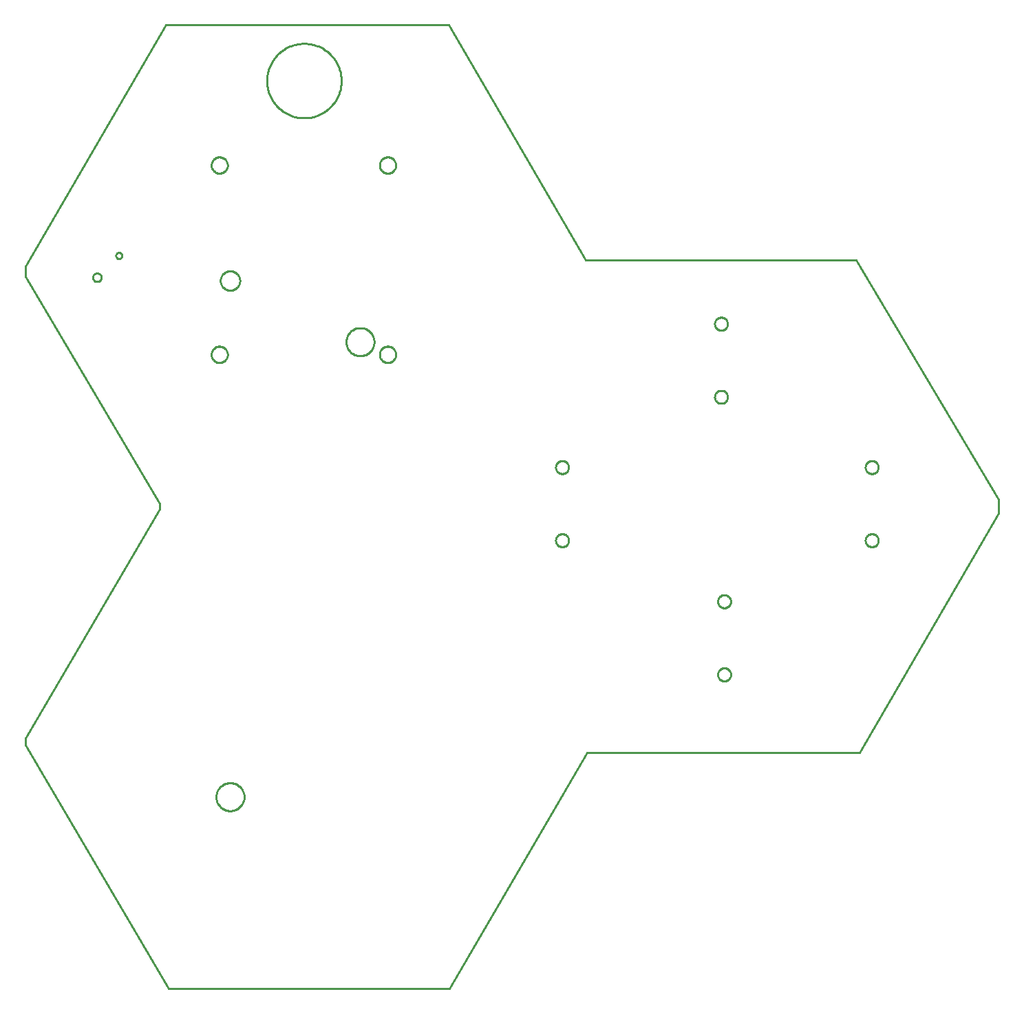
<source format=gbr>
G04 EAGLE Gerber X2 export*
G75*
%MOMM*%
%FSLAX34Y34*%
%LPD*%
%AMOC8*
5,1,8,0,0,1.08239X$1,22.5*%
G01*
%ADD10C,0.254000*%


D10*
X38100Y325120D02*
X214630Y25400D01*
X560070Y25400D01*
X728980Y316230D01*
X1064260Y316230D01*
X1235710Y610870D01*
X1235710Y627380D01*
X1060450Y922020D01*
X727710Y922020D01*
X558800Y1211580D01*
X210820Y1211580D01*
X38100Y914400D01*
X38100Y901700D01*
X203200Y622300D01*
X203200Y615950D01*
X38100Y334010D01*
X38100Y325120D01*
X426791Y1142053D02*
X426791Y1143947D01*
X426712Y1145838D01*
X426556Y1147725D01*
X426322Y1149603D01*
X426010Y1151471D01*
X425622Y1153323D01*
X425157Y1155159D01*
X424617Y1156973D01*
X424002Y1158763D01*
X423314Y1160527D01*
X422554Y1162261D01*
X421722Y1163961D01*
X420821Y1165626D01*
X419852Y1167253D01*
X418817Y1168837D01*
X417717Y1170378D01*
X416554Y1171872D01*
X415330Y1173317D01*
X414048Y1174709D01*
X412709Y1176048D01*
X411317Y1177330D01*
X409872Y1178554D01*
X408378Y1179717D01*
X406837Y1180817D01*
X405253Y1181852D01*
X403626Y1182821D01*
X401961Y1183722D01*
X400261Y1184554D01*
X398527Y1185314D01*
X396763Y1186002D01*
X394973Y1186617D01*
X393159Y1187157D01*
X391323Y1187622D01*
X389471Y1188010D01*
X387603Y1188322D01*
X385725Y1188556D01*
X383838Y1188712D01*
X381947Y1188791D01*
X380053Y1188791D01*
X378162Y1188712D01*
X376275Y1188556D01*
X374397Y1188322D01*
X372530Y1188010D01*
X370677Y1187622D01*
X368842Y1187157D01*
X367027Y1186617D01*
X365237Y1186002D01*
X363473Y1185314D01*
X361739Y1184554D01*
X360039Y1183722D01*
X358374Y1182821D01*
X356747Y1181852D01*
X355163Y1180817D01*
X353622Y1179717D01*
X352128Y1178554D01*
X350683Y1177330D01*
X349291Y1176048D01*
X347952Y1174709D01*
X346670Y1173317D01*
X345446Y1171872D01*
X344283Y1170378D01*
X343183Y1168837D01*
X342148Y1167253D01*
X341179Y1165626D01*
X340278Y1163961D01*
X339447Y1162261D01*
X338686Y1160527D01*
X337998Y1158763D01*
X337383Y1156973D01*
X336843Y1155159D01*
X336378Y1153323D01*
X335990Y1151471D01*
X335678Y1149603D01*
X335444Y1147725D01*
X335288Y1145838D01*
X335210Y1143947D01*
X335210Y1142053D01*
X335288Y1140162D01*
X335444Y1138275D01*
X335678Y1136397D01*
X335990Y1134530D01*
X336378Y1132677D01*
X336843Y1130842D01*
X337383Y1129027D01*
X337998Y1127237D01*
X338686Y1125473D01*
X339447Y1123739D01*
X340278Y1122039D01*
X341179Y1120374D01*
X342148Y1118747D01*
X343183Y1117163D01*
X344283Y1115622D01*
X345446Y1114128D01*
X346670Y1112683D01*
X347952Y1111291D01*
X349291Y1109952D01*
X350683Y1108670D01*
X352128Y1107446D01*
X353622Y1106283D01*
X355163Y1105183D01*
X356747Y1104148D01*
X358374Y1103179D01*
X360039Y1102278D01*
X361739Y1101447D01*
X363473Y1100686D01*
X365237Y1099998D01*
X367027Y1099383D01*
X368842Y1098843D01*
X370677Y1098378D01*
X372530Y1097990D01*
X374397Y1097678D01*
X376275Y1097444D01*
X378162Y1097288D01*
X380053Y1097210D01*
X381947Y1097210D01*
X383838Y1097288D01*
X385725Y1097444D01*
X387603Y1097678D01*
X389471Y1097990D01*
X391323Y1098378D01*
X393159Y1098843D01*
X394973Y1099383D01*
X396763Y1099998D01*
X398527Y1100686D01*
X400261Y1101447D01*
X401961Y1102278D01*
X403626Y1103179D01*
X405253Y1104148D01*
X406837Y1105183D01*
X408378Y1106283D01*
X409872Y1107446D01*
X411317Y1108670D01*
X412709Y1109952D01*
X414048Y1111291D01*
X415330Y1112683D01*
X416554Y1114128D01*
X417717Y1115622D01*
X418817Y1117163D01*
X419852Y1118747D01*
X420821Y1120374D01*
X421722Y1122039D01*
X422554Y1123739D01*
X423314Y1125473D01*
X424002Y1127237D01*
X424617Y1129027D01*
X425157Y1130842D01*
X425622Y1132677D01*
X426010Y1134530D01*
X426322Y1136397D01*
X426556Y1138275D01*
X426712Y1140162D01*
X426791Y1142053D01*
X902080Y843437D02*
X902003Y842655D01*
X901850Y841884D01*
X901621Y841132D01*
X901321Y840405D01*
X900950Y839712D01*
X900513Y839059D01*
X900015Y838451D01*
X899459Y837895D01*
X898851Y837397D01*
X898198Y836960D01*
X897505Y836589D01*
X896778Y836289D01*
X896026Y836060D01*
X895255Y835907D01*
X894473Y835830D01*
X893687Y835830D01*
X892905Y835907D01*
X892134Y836060D01*
X891382Y836289D01*
X890655Y836589D01*
X889962Y836960D01*
X889309Y837397D01*
X888701Y837895D01*
X888145Y838451D01*
X887647Y839059D01*
X887210Y839712D01*
X886839Y840405D01*
X886539Y841132D01*
X886310Y841884D01*
X886157Y842655D01*
X886080Y843437D01*
X886080Y844223D01*
X886157Y845005D01*
X886310Y845776D01*
X886539Y846528D01*
X886839Y847255D01*
X887210Y847948D01*
X887647Y848601D01*
X888145Y849209D01*
X888701Y849765D01*
X889309Y850263D01*
X889962Y850700D01*
X890655Y851071D01*
X891382Y851371D01*
X892134Y851600D01*
X892905Y851753D01*
X893687Y851830D01*
X894473Y851830D01*
X895255Y851753D01*
X896026Y851600D01*
X896778Y851371D01*
X897505Y851071D01*
X898198Y850700D01*
X898851Y850263D01*
X899459Y849765D01*
X900015Y849209D01*
X900513Y848601D01*
X900950Y847948D01*
X901321Y847255D01*
X901621Y846528D01*
X901850Y845776D01*
X902003Y845005D01*
X902080Y844223D01*
X902080Y843437D01*
X902080Y753437D02*
X902003Y752655D01*
X901850Y751884D01*
X901621Y751132D01*
X901321Y750405D01*
X900950Y749712D01*
X900513Y749059D01*
X900015Y748451D01*
X899459Y747895D01*
X898851Y747397D01*
X898198Y746960D01*
X897505Y746589D01*
X896778Y746289D01*
X896026Y746060D01*
X895255Y745907D01*
X894473Y745830D01*
X893687Y745830D01*
X892905Y745907D01*
X892134Y746060D01*
X891382Y746289D01*
X890655Y746589D01*
X889962Y746960D01*
X889309Y747397D01*
X888701Y747895D01*
X888145Y748451D01*
X887647Y749059D01*
X887210Y749712D01*
X886839Y750405D01*
X886539Y751132D01*
X886310Y751884D01*
X886157Y752655D01*
X886080Y753437D01*
X886080Y754223D01*
X886157Y755005D01*
X886310Y755776D01*
X886539Y756528D01*
X886839Y757255D01*
X887210Y757948D01*
X887647Y758601D01*
X888145Y759209D01*
X888701Y759765D01*
X889309Y760263D01*
X889962Y760700D01*
X890655Y761071D01*
X891382Y761371D01*
X892134Y761600D01*
X892905Y761753D01*
X893687Y761830D01*
X894473Y761830D01*
X895255Y761753D01*
X896026Y761600D01*
X896778Y761371D01*
X897505Y761071D01*
X898198Y760700D01*
X898851Y760263D01*
X899459Y759765D01*
X900015Y759209D01*
X900513Y758601D01*
X900950Y757948D01*
X901321Y757255D01*
X901621Y756528D01*
X901850Y755776D01*
X902003Y755005D01*
X902080Y754223D01*
X902080Y753437D01*
X1087500Y666907D02*
X1087423Y666125D01*
X1087270Y665354D01*
X1087041Y664602D01*
X1086741Y663875D01*
X1086370Y663182D01*
X1085933Y662529D01*
X1085435Y661921D01*
X1084879Y661365D01*
X1084271Y660867D01*
X1083618Y660430D01*
X1082925Y660059D01*
X1082198Y659759D01*
X1081446Y659530D01*
X1080675Y659377D01*
X1079893Y659300D01*
X1079107Y659300D01*
X1078325Y659377D01*
X1077554Y659530D01*
X1076802Y659759D01*
X1076075Y660059D01*
X1075382Y660430D01*
X1074729Y660867D01*
X1074121Y661365D01*
X1073565Y661921D01*
X1073067Y662529D01*
X1072630Y663182D01*
X1072259Y663875D01*
X1071959Y664602D01*
X1071730Y665354D01*
X1071577Y666125D01*
X1071500Y666907D01*
X1071500Y667693D01*
X1071577Y668475D01*
X1071730Y669246D01*
X1071959Y669998D01*
X1072259Y670725D01*
X1072630Y671418D01*
X1073067Y672071D01*
X1073565Y672679D01*
X1074121Y673235D01*
X1074729Y673733D01*
X1075382Y674170D01*
X1076075Y674541D01*
X1076802Y674841D01*
X1077554Y675070D01*
X1078325Y675223D01*
X1079107Y675300D01*
X1079893Y675300D01*
X1080675Y675223D01*
X1081446Y675070D01*
X1082198Y674841D01*
X1082925Y674541D01*
X1083618Y674170D01*
X1084271Y673733D01*
X1084879Y673235D01*
X1085435Y672679D01*
X1085933Y672071D01*
X1086370Y671418D01*
X1086741Y670725D01*
X1087041Y669998D01*
X1087270Y669246D01*
X1087423Y668475D01*
X1087500Y667693D01*
X1087500Y666907D01*
X1087500Y576907D02*
X1087423Y576125D01*
X1087270Y575354D01*
X1087041Y574602D01*
X1086741Y573875D01*
X1086370Y573182D01*
X1085933Y572529D01*
X1085435Y571921D01*
X1084879Y571365D01*
X1084271Y570867D01*
X1083618Y570430D01*
X1082925Y570059D01*
X1082198Y569759D01*
X1081446Y569530D01*
X1080675Y569377D01*
X1079893Y569300D01*
X1079107Y569300D01*
X1078325Y569377D01*
X1077554Y569530D01*
X1076802Y569759D01*
X1076075Y570059D01*
X1075382Y570430D01*
X1074729Y570867D01*
X1074121Y571365D01*
X1073565Y571921D01*
X1073067Y572529D01*
X1072630Y573182D01*
X1072259Y573875D01*
X1071959Y574602D01*
X1071730Y575354D01*
X1071577Y576125D01*
X1071500Y576907D01*
X1071500Y577693D01*
X1071577Y578475D01*
X1071730Y579246D01*
X1071959Y579998D01*
X1072259Y580725D01*
X1072630Y581418D01*
X1073067Y582071D01*
X1073565Y582679D01*
X1074121Y583235D01*
X1074729Y583733D01*
X1075382Y584170D01*
X1076075Y584541D01*
X1076802Y584841D01*
X1077554Y585070D01*
X1078325Y585223D01*
X1079107Y585300D01*
X1079893Y585300D01*
X1080675Y585223D01*
X1081446Y585070D01*
X1082198Y584841D01*
X1082925Y584541D01*
X1083618Y584170D01*
X1084271Y583733D01*
X1084879Y583235D01*
X1085435Y582679D01*
X1085933Y582071D01*
X1086370Y581418D01*
X1086741Y580725D01*
X1087041Y579998D01*
X1087270Y579246D01*
X1087423Y578475D01*
X1087500Y577693D01*
X1087500Y576907D01*
X155613Y925010D02*
X155223Y924710D01*
X154797Y924465D01*
X154343Y924276D01*
X153868Y924149D01*
X153381Y924085D01*
X152889Y924085D01*
X152402Y924149D01*
X151927Y924276D01*
X151473Y924465D01*
X151047Y924710D01*
X150657Y925010D01*
X150310Y925357D01*
X150010Y925747D01*
X149765Y926173D01*
X149576Y926627D01*
X149449Y927102D01*
X149385Y927589D01*
X149385Y928081D01*
X149449Y928568D01*
X149576Y929043D01*
X149765Y929497D01*
X150010Y929923D01*
X150310Y930313D01*
X150657Y930660D01*
X151047Y930960D01*
X151473Y931206D01*
X151927Y931394D01*
X152402Y931521D01*
X152889Y931585D01*
X153381Y931585D01*
X153868Y931521D01*
X154343Y931394D01*
X154797Y931206D01*
X155223Y930960D01*
X155613Y930660D01*
X155960Y930313D01*
X156260Y929923D01*
X156506Y929497D01*
X156694Y929043D01*
X156821Y928568D01*
X156885Y928081D01*
X156885Y927589D01*
X156821Y927102D01*
X156694Y926627D01*
X156506Y926173D01*
X156260Y925747D01*
X155960Y925357D01*
X155613Y925010D01*
X129769Y897044D02*
X129308Y896677D01*
X128808Y896363D01*
X128277Y896107D01*
X127721Y895912D01*
X127146Y895781D01*
X126560Y895715D01*
X125970Y895715D01*
X125384Y895781D01*
X124809Y895912D01*
X124253Y896107D01*
X123721Y896363D01*
X123222Y896677D01*
X122761Y897044D01*
X122344Y897461D01*
X121977Y897922D01*
X121663Y898421D01*
X121407Y898953D01*
X121212Y899509D01*
X121081Y900084D01*
X121015Y900670D01*
X121015Y901260D01*
X121081Y901846D01*
X121212Y902421D01*
X121407Y902977D01*
X121663Y903508D01*
X121977Y904008D01*
X122344Y904469D01*
X122761Y904886D01*
X123222Y905253D01*
X123721Y905567D01*
X124253Y905823D01*
X124809Y906018D01*
X125384Y906149D01*
X125970Y906215D01*
X126560Y906215D01*
X127146Y906149D01*
X127721Y906018D01*
X128277Y905823D01*
X128808Y905567D01*
X129308Y905253D01*
X129769Y904886D01*
X130186Y904469D01*
X130553Y904008D01*
X130867Y903508D01*
X131123Y902977D01*
X131318Y902421D01*
X131449Y901846D01*
X131515Y901260D01*
X131515Y900670D01*
X131449Y900084D01*
X131318Y899509D01*
X131123Y898953D01*
X130867Y898421D01*
X130553Y897922D01*
X130186Y897461D01*
X129769Y897044D01*
X706500Y666907D02*
X706423Y666125D01*
X706270Y665354D01*
X706041Y664602D01*
X705741Y663875D01*
X705370Y663182D01*
X704933Y662529D01*
X704435Y661921D01*
X703879Y661365D01*
X703271Y660867D01*
X702618Y660430D01*
X701925Y660059D01*
X701198Y659759D01*
X700446Y659530D01*
X699675Y659377D01*
X698893Y659300D01*
X698107Y659300D01*
X697325Y659377D01*
X696554Y659530D01*
X695802Y659759D01*
X695075Y660059D01*
X694382Y660430D01*
X693729Y660867D01*
X693121Y661365D01*
X692565Y661921D01*
X692067Y662529D01*
X691630Y663182D01*
X691259Y663875D01*
X690959Y664602D01*
X690730Y665354D01*
X690577Y666125D01*
X690500Y666907D01*
X690500Y667693D01*
X690577Y668475D01*
X690730Y669246D01*
X690959Y669998D01*
X691259Y670725D01*
X691630Y671418D01*
X692067Y672071D01*
X692565Y672679D01*
X693121Y673235D01*
X693729Y673733D01*
X694382Y674170D01*
X695075Y674541D01*
X695802Y674841D01*
X696554Y675070D01*
X697325Y675223D01*
X698107Y675300D01*
X698893Y675300D01*
X699675Y675223D01*
X700446Y675070D01*
X701198Y674841D01*
X701925Y674541D01*
X702618Y674170D01*
X703271Y673733D01*
X703879Y673235D01*
X704435Y672679D01*
X704933Y672071D01*
X705370Y671418D01*
X705741Y670725D01*
X706041Y669998D01*
X706270Y669246D01*
X706423Y668475D01*
X706500Y667693D01*
X706500Y666907D01*
X706500Y576907D02*
X706423Y576125D01*
X706270Y575354D01*
X706041Y574602D01*
X705741Y573875D01*
X705370Y573182D01*
X704933Y572529D01*
X704435Y571921D01*
X703879Y571365D01*
X703271Y570867D01*
X702618Y570430D01*
X701925Y570059D01*
X701198Y569759D01*
X700446Y569530D01*
X699675Y569377D01*
X698893Y569300D01*
X698107Y569300D01*
X697325Y569377D01*
X696554Y569530D01*
X695802Y569759D01*
X695075Y570059D01*
X694382Y570430D01*
X693729Y570867D01*
X693121Y571365D01*
X692565Y571921D01*
X692067Y572529D01*
X691630Y573182D01*
X691259Y573875D01*
X690959Y574602D01*
X690730Y575354D01*
X690577Y576125D01*
X690500Y576907D01*
X690500Y577693D01*
X690577Y578475D01*
X690730Y579246D01*
X690959Y579998D01*
X691259Y580725D01*
X691630Y581418D01*
X692067Y582071D01*
X692565Y582679D01*
X693121Y583235D01*
X693729Y583733D01*
X694382Y584170D01*
X695075Y584541D01*
X695802Y584841D01*
X696554Y585070D01*
X697325Y585223D01*
X698107Y585300D01*
X698893Y585300D01*
X699675Y585223D01*
X700446Y585070D01*
X701198Y584841D01*
X701925Y584541D01*
X702618Y584170D01*
X703271Y583733D01*
X703879Y583235D01*
X704435Y582679D01*
X704933Y582071D01*
X705370Y581418D01*
X705741Y580725D01*
X706041Y579998D01*
X706270Y579246D01*
X706423Y578475D01*
X706500Y577693D01*
X706500Y576907D01*
X286840Y805693D02*
X286764Y804824D01*
X286612Y803964D01*
X286386Y803120D01*
X286088Y802300D01*
X285719Y801508D01*
X285282Y800752D01*
X284781Y800037D01*
X284220Y799368D01*
X283602Y798750D01*
X282933Y798189D01*
X282218Y797688D01*
X281462Y797251D01*
X280670Y796882D01*
X279850Y796584D01*
X279006Y796358D01*
X278147Y796206D01*
X277277Y796130D01*
X276403Y796130D01*
X275534Y796206D01*
X274674Y796358D01*
X273830Y796584D01*
X273010Y796882D01*
X272218Y797251D01*
X271462Y797688D01*
X270747Y798189D01*
X270078Y798750D01*
X269460Y799368D01*
X268899Y800037D01*
X268398Y800752D01*
X267961Y801508D01*
X267592Y802300D01*
X267294Y803120D01*
X267068Y803964D01*
X266916Y804824D01*
X266840Y805693D01*
X266840Y806567D01*
X266916Y807437D01*
X267068Y808296D01*
X267294Y809140D01*
X267592Y809960D01*
X267961Y810752D01*
X268398Y811508D01*
X268899Y812223D01*
X269460Y812892D01*
X270078Y813510D01*
X270747Y814071D01*
X271462Y814572D01*
X272218Y815009D01*
X273010Y815378D01*
X273830Y815676D01*
X274674Y815902D01*
X275534Y816054D01*
X276403Y816130D01*
X277277Y816130D01*
X278147Y816054D01*
X279006Y815902D01*
X279850Y815676D01*
X280670Y815378D01*
X281462Y815009D01*
X282218Y814572D01*
X282933Y814071D01*
X283602Y813510D01*
X284220Y812892D01*
X284781Y812223D01*
X285282Y811508D01*
X285719Y810752D01*
X286088Y809960D01*
X286386Y809140D01*
X286612Y808296D01*
X286764Y807437D01*
X286840Y806567D01*
X286840Y805693D01*
X493840Y805693D02*
X493764Y804824D01*
X493612Y803964D01*
X493386Y803120D01*
X493088Y802300D01*
X492719Y801508D01*
X492282Y800752D01*
X491781Y800037D01*
X491220Y799368D01*
X490602Y798750D01*
X489933Y798189D01*
X489218Y797688D01*
X488462Y797251D01*
X487670Y796882D01*
X486850Y796584D01*
X486006Y796358D01*
X485147Y796206D01*
X484277Y796130D01*
X483403Y796130D01*
X482534Y796206D01*
X481674Y796358D01*
X480830Y796584D01*
X480010Y796882D01*
X479218Y797251D01*
X478462Y797688D01*
X477747Y798189D01*
X477078Y798750D01*
X476460Y799368D01*
X475899Y800037D01*
X475398Y800752D01*
X474961Y801508D01*
X474592Y802300D01*
X474294Y803120D01*
X474068Y803964D01*
X473916Y804824D01*
X473840Y805693D01*
X473840Y806567D01*
X473916Y807437D01*
X474068Y808296D01*
X474294Y809140D01*
X474592Y809960D01*
X474961Y810752D01*
X475398Y811508D01*
X475899Y812223D01*
X476460Y812892D01*
X477078Y813510D01*
X477747Y814071D01*
X478462Y814572D01*
X479218Y815009D01*
X480010Y815378D01*
X480830Y815676D01*
X481674Y815902D01*
X482534Y816054D01*
X483403Y816130D01*
X484277Y816130D01*
X485147Y816054D01*
X486006Y815902D01*
X486850Y815676D01*
X487670Y815378D01*
X488462Y815009D01*
X489218Y814572D01*
X489933Y814071D01*
X490602Y813510D01*
X491220Y812892D01*
X491781Y812223D01*
X492282Y811508D01*
X492719Y810752D01*
X493088Y809960D01*
X493386Y809140D01*
X493612Y808296D01*
X493764Y807437D01*
X493840Y806567D01*
X493840Y805693D01*
X493840Y1038693D02*
X493764Y1037824D01*
X493612Y1036964D01*
X493386Y1036120D01*
X493088Y1035300D01*
X492719Y1034508D01*
X492282Y1033752D01*
X491781Y1033037D01*
X491220Y1032368D01*
X490602Y1031750D01*
X489933Y1031189D01*
X489218Y1030688D01*
X488462Y1030251D01*
X487670Y1029882D01*
X486850Y1029584D01*
X486006Y1029358D01*
X485147Y1029206D01*
X484277Y1029130D01*
X483403Y1029130D01*
X482534Y1029206D01*
X481674Y1029358D01*
X480830Y1029584D01*
X480010Y1029882D01*
X479218Y1030251D01*
X478462Y1030688D01*
X477747Y1031189D01*
X477078Y1031750D01*
X476460Y1032368D01*
X475899Y1033037D01*
X475398Y1033752D01*
X474961Y1034508D01*
X474592Y1035300D01*
X474294Y1036120D01*
X474068Y1036964D01*
X473916Y1037824D01*
X473840Y1038693D01*
X473840Y1039567D01*
X473916Y1040437D01*
X474068Y1041296D01*
X474294Y1042140D01*
X474592Y1042960D01*
X474961Y1043752D01*
X475398Y1044508D01*
X475899Y1045223D01*
X476460Y1045892D01*
X477078Y1046510D01*
X477747Y1047071D01*
X478462Y1047572D01*
X479218Y1048009D01*
X480010Y1048378D01*
X480830Y1048676D01*
X481674Y1048902D01*
X482534Y1049054D01*
X483403Y1049130D01*
X484277Y1049130D01*
X485147Y1049054D01*
X486006Y1048902D01*
X486850Y1048676D01*
X487670Y1048378D01*
X488462Y1048009D01*
X489218Y1047572D01*
X489933Y1047071D01*
X490602Y1046510D01*
X491220Y1045892D01*
X491781Y1045223D01*
X492282Y1044508D01*
X492719Y1043752D01*
X493088Y1042960D01*
X493386Y1042140D01*
X493612Y1041296D01*
X493764Y1040437D01*
X493840Y1039567D01*
X493840Y1038693D01*
X286840Y1038693D02*
X286764Y1037824D01*
X286612Y1036964D01*
X286386Y1036120D01*
X286088Y1035300D01*
X285719Y1034508D01*
X285282Y1033752D01*
X284781Y1033037D01*
X284220Y1032368D01*
X283602Y1031750D01*
X282933Y1031189D01*
X282218Y1030688D01*
X281462Y1030251D01*
X280670Y1029882D01*
X279850Y1029584D01*
X279006Y1029358D01*
X278147Y1029206D01*
X277277Y1029130D01*
X276403Y1029130D01*
X275534Y1029206D01*
X274674Y1029358D01*
X273830Y1029584D01*
X273010Y1029882D01*
X272218Y1030251D01*
X271462Y1030688D01*
X270747Y1031189D01*
X270078Y1031750D01*
X269460Y1032368D01*
X268899Y1033037D01*
X268398Y1033752D01*
X267961Y1034508D01*
X267592Y1035300D01*
X267294Y1036120D01*
X267068Y1036964D01*
X266916Y1037824D01*
X266840Y1038693D01*
X266840Y1039567D01*
X266916Y1040437D01*
X267068Y1041296D01*
X267294Y1042140D01*
X267592Y1042960D01*
X267961Y1043752D01*
X268398Y1044508D01*
X268899Y1045223D01*
X269460Y1045892D01*
X270078Y1046510D01*
X270747Y1047071D01*
X271462Y1047572D01*
X272218Y1048009D01*
X273010Y1048378D01*
X273830Y1048676D01*
X274674Y1048902D01*
X275534Y1049054D01*
X276403Y1049130D01*
X277277Y1049130D01*
X278147Y1049054D01*
X279006Y1048902D01*
X279850Y1048676D01*
X280670Y1048378D01*
X281462Y1048009D01*
X282218Y1047572D01*
X282933Y1047071D01*
X283602Y1046510D01*
X284220Y1045892D01*
X284781Y1045223D01*
X285282Y1044508D01*
X285719Y1043752D01*
X286088Y1042960D01*
X286386Y1042140D01*
X286612Y1041296D01*
X286764Y1040437D01*
X286840Y1039567D01*
X286840Y1038693D01*
X905890Y501807D02*
X905813Y501025D01*
X905660Y500254D01*
X905431Y499502D01*
X905131Y498775D01*
X904760Y498082D01*
X904323Y497429D01*
X903825Y496821D01*
X903269Y496265D01*
X902661Y495767D01*
X902008Y495330D01*
X901315Y494959D01*
X900588Y494659D01*
X899836Y494430D01*
X899065Y494277D01*
X898283Y494200D01*
X897497Y494200D01*
X896715Y494277D01*
X895944Y494430D01*
X895192Y494659D01*
X894465Y494959D01*
X893772Y495330D01*
X893119Y495767D01*
X892511Y496265D01*
X891955Y496821D01*
X891457Y497429D01*
X891020Y498082D01*
X890649Y498775D01*
X890349Y499502D01*
X890120Y500254D01*
X889967Y501025D01*
X889890Y501807D01*
X889890Y502593D01*
X889967Y503375D01*
X890120Y504146D01*
X890349Y504898D01*
X890649Y505625D01*
X891020Y506318D01*
X891457Y506971D01*
X891955Y507579D01*
X892511Y508135D01*
X893119Y508633D01*
X893772Y509070D01*
X894465Y509441D01*
X895192Y509741D01*
X895944Y509970D01*
X896715Y510123D01*
X897497Y510200D01*
X898283Y510200D01*
X899065Y510123D01*
X899836Y509970D01*
X900588Y509741D01*
X901315Y509441D01*
X902008Y509070D01*
X902661Y508633D01*
X903269Y508135D01*
X903825Y507579D01*
X904323Y506971D01*
X904760Y506318D01*
X905131Y505625D01*
X905431Y504898D01*
X905660Y504146D01*
X905813Y503375D01*
X905890Y502593D01*
X905890Y501807D01*
X905890Y411807D02*
X905813Y411025D01*
X905660Y410254D01*
X905431Y409502D01*
X905131Y408775D01*
X904760Y408082D01*
X904323Y407429D01*
X903825Y406821D01*
X903269Y406265D01*
X902661Y405767D01*
X902008Y405330D01*
X901315Y404959D01*
X900588Y404659D01*
X899836Y404430D01*
X899065Y404277D01*
X898283Y404200D01*
X897497Y404200D01*
X896715Y404277D01*
X895944Y404430D01*
X895192Y404659D01*
X894465Y404959D01*
X893772Y405330D01*
X893119Y405767D01*
X892511Y406265D01*
X891955Y406821D01*
X891457Y407429D01*
X891020Y408082D01*
X890649Y408775D01*
X890349Y409502D01*
X890120Y410254D01*
X889967Y411025D01*
X889890Y411807D01*
X889890Y412593D01*
X889967Y413375D01*
X890120Y414146D01*
X890349Y414898D01*
X890649Y415625D01*
X891020Y416318D01*
X891457Y416971D01*
X891955Y417579D01*
X892511Y418135D01*
X893119Y418633D01*
X893772Y419070D01*
X894465Y419441D01*
X895192Y419741D01*
X895944Y419970D01*
X896715Y420123D01*
X897497Y420200D01*
X898283Y420200D01*
X899065Y420123D01*
X899836Y419970D01*
X900588Y419741D01*
X901315Y419441D01*
X902008Y419070D01*
X902661Y418633D01*
X903269Y418135D01*
X903825Y417579D01*
X904323Y416971D01*
X904760Y416318D01*
X905131Y415625D01*
X905431Y414898D01*
X905660Y414146D01*
X905813Y413375D01*
X905890Y412593D01*
X905890Y411807D01*
X449385Y838900D02*
X448258Y838826D01*
X447139Y838679D01*
X446031Y838458D01*
X444940Y838166D01*
X443870Y837803D01*
X442827Y837371D01*
X441814Y836871D01*
X440836Y836307D01*
X439897Y835679D01*
X439001Y834992D01*
X438152Y834247D01*
X437353Y833448D01*
X436608Y832599D01*
X435921Y831703D01*
X435293Y830764D01*
X434729Y829786D01*
X434229Y828773D01*
X433797Y827730D01*
X433434Y826660D01*
X433142Y825569D01*
X432921Y824461D01*
X432774Y823342D01*
X432700Y822215D01*
X432700Y821085D01*
X432774Y819958D01*
X432921Y818839D01*
X433142Y817731D01*
X433434Y816640D01*
X433797Y815570D01*
X434229Y814527D01*
X434729Y813514D01*
X435293Y812536D01*
X435921Y811597D01*
X436608Y810701D01*
X437353Y809852D01*
X438152Y809053D01*
X439001Y808308D01*
X439897Y807621D01*
X440836Y806993D01*
X441814Y806429D01*
X442827Y805929D01*
X443870Y805497D01*
X444940Y805134D01*
X446031Y804842D01*
X447139Y804621D01*
X448258Y804474D01*
X449385Y804400D01*
X450515Y804400D01*
X451642Y804474D01*
X452761Y804621D01*
X453869Y804842D01*
X454960Y805134D01*
X456030Y805497D01*
X457073Y805929D01*
X458086Y806429D01*
X459064Y806993D01*
X460003Y807621D01*
X460899Y808308D01*
X461748Y809053D01*
X462547Y809852D01*
X463292Y810701D01*
X463979Y811597D01*
X464607Y812536D01*
X465171Y813514D01*
X465671Y814527D01*
X466103Y815570D01*
X466466Y816640D01*
X466758Y817731D01*
X466979Y818839D01*
X467126Y819958D01*
X467200Y821085D01*
X467200Y822215D01*
X467126Y823342D01*
X466979Y824461D01*
X466758Y825569D01*
X466466Y826660D01*
X466103Y827730D01*
X465671Y828773D01*
X465171Y829786D01*
X464607Y830764D01*
X463979Y831703D01*
X463292Y832599D01*
X462547Y833448D01*
X461748Y834247D01*
X460899Y834992D01*
X460003Y835679D01*
X459064Y836307D01*
X458086Y836871D01*
X457073Y837371D01*
X456030Y837803D01*
X454960Y838166D01*
X453869Y838458D01*
X452761Y838679D01*
X451642Y838826D01*
X450515Y838900D01*
X449385Y838900D01*
X289385Y278900D02*
X288258Y278826D01*
X287139Y278679D01*
X286031Y278458D01*
X284940Y278166D01*
X283870Y277803D01*
X282827Y277371D01*
X281814Y276871D01*
X280836Y276307D01*
X279897Y275679D01*
X279001Y274992D01*
X278152Y274247D01*
X277353Y273448D01*
X276608Y272599D01*
X275921Y271703D01*
X275293Y270764D01*
X274729Y269786D01*
X274229Y268773D01*
X273797Y267730D01*
X273434Y266660D01*
X273142Y265569D01*
X272921Y264461D01*
X272774Y263342D01*
X272700Y262215D01*
X272700Y261085D01*
X272774Y259958D01*
X272921Y258839D01*
X273142Y257731D01*
X273434Y256640D01*
X273797Y255570D01*
X274229Y254527D01*
X274729Y253514D01*
X275293Y252536D01*
X275921Y251597D01*
X276608Y250701D01*
X277353Y249852D01*
X278152Y249053D01*
X279001Y248308D01*
X279897Y247621D01*
X280836Y246993D01*
X281814Y246429D01*
X282827Y245929D01*
X283870Y245497D01*
X284940Y245134D01*
X286031Y244842D01*
X287139Y244621D01*
X288258Y244474D01*
X289385Y244400D01*
X290515Y244400D01*
X291642Y244474D01*
X292761Y244621D01*
X293869Y244842D01*
X294960Y245134D01*
X296030Y245497D01*
X297073Y245929D01*
X298086Y246429D01*
X299064Y246993D01*
X300003Y247621D01*
X300899Y248308D01*
X301748Y249053D01*
X302547Y249852D01*
X303292Y250701D01*
X303979Y251597D01*
X304607Y252536D01*
X305171Y253514D01*
X305671Y254527D01*
X306103Y255570D01*
X306466Y256640D01*
X306758Y257731D01*
X306979Y258839D01*
X307126Y259958D01*
X307200Y261085D01*
X307200Y262215D01*
X307126Y263342D01*
X306979Y264461D01*
X306758Y265569D01*
X306466Y266660D01*
X306103Y267730D01*
X305671Y268773D01*
X305171Y269786D01*
X304607Y270764D01*
X303979Y271703D01*
X303292Y272599D01*
X302547Y273448D01*
X301748Y274247D01*
X300899Y274992D01*
X300003Y275679D01*
X299064Y276307D01*
X298086Y276871D01*
X297073Y277371D01*
X296030Y277803D01*
X294960Y278166D01*
X293869Y278458D01*
X292761Y278679D01*
X291642Y278826D01*
X290515Y278900D01*
X289385Y278900D01*
X289480Y908900D02*
X288544Y908826D01*
X287617Y908679D01*
X286704Y908460D01*
X285811Y908170D01*
X284943Y907811D01*
X284106Y907384D01*
X283306Y906894D01*
X282546Y906342D01*
X281832Y905732D01*
X281168Y905068D01*
X280558Y904354D01*
X280006Y903594D01*
X279516Y902794D01*
X279089Y901957D01*
X278730Y901089D01*
X278440Y900196D01*
X278221Y899283D01*
X278074Y898356D01*
X278000Y897420D01*
X278000Y896480D01*
X278074Y895544D01*
X278221Y894617D01*
X278440Y893704D01*
X278730Y892811D01*
X279089Y891943D01*
X279516Y891106D01*
X280006Y890306D01*
X280558Y889546D01*
X281168Y888832D01*
X281832Y888168D01*
X282546Y887558D01*
X283306Y887006D01*
X284106Y886516D01*
X284943Y886089D01*
X285811Y885730D01*
X286704Y885440D01*
X287617Y885221D01*
X288544Y885074D01*
X289480Y885000D01*
X290420Y885000D01*
X291356Y885074D01*
X292283Y885221D01*
X293196Y885440D01*
X294089Y885730D01*
X294957Y886089D01*
X295794Y886516D01*
X296594Y887006D01*
X297354Y887558D01*
X298068Y888168D01*
X298732Y888832D01*
X299342Y889546D01*
X299894Y890306D01*
X300384Y891106D01*
X300811Y891943D01*
X301170Y892811D01*
X301460Y893704D01*
X301679Y894617D01*
X301826Y895544D01*
X301900Y896480D01*
X301900Y897420D01*
X301826Y898356D01*
X301679Y899283D01*
X301460Y900196D01*
X301170Y901089D01*
X300811Y901957D01*
X300384Y902794D01*
X299894Y903594D01*
X299342Y904354D01*
X298732Y905068D01*
X298068Y905732D01*
X297354Y906342D01*
X296594Y906894D01*
X295794Y907384D01*
X294957Y907811D01*
X294089Y908170D01*
X293196Y908460D01*
X292283Y908679D01*
X291356Y908826D01*
X290420Y908900D01*
X289480Y908900D01*
M02*

</source>
